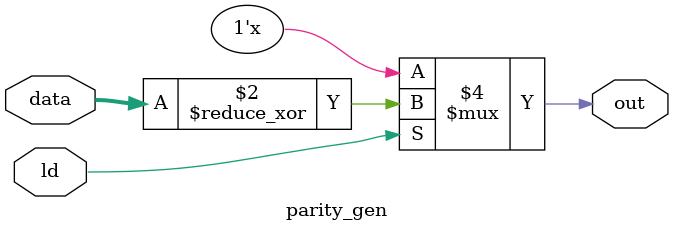
<source format=v>
`timescale 1ns / 1ps


module parity_gen(ld,data,out);
input ld; 
input [7:0] data; 
output reg out;
   always@(ld,data) 
  begin 
   if(ld)
   out=^data;
  end 
endmodule
</source>
